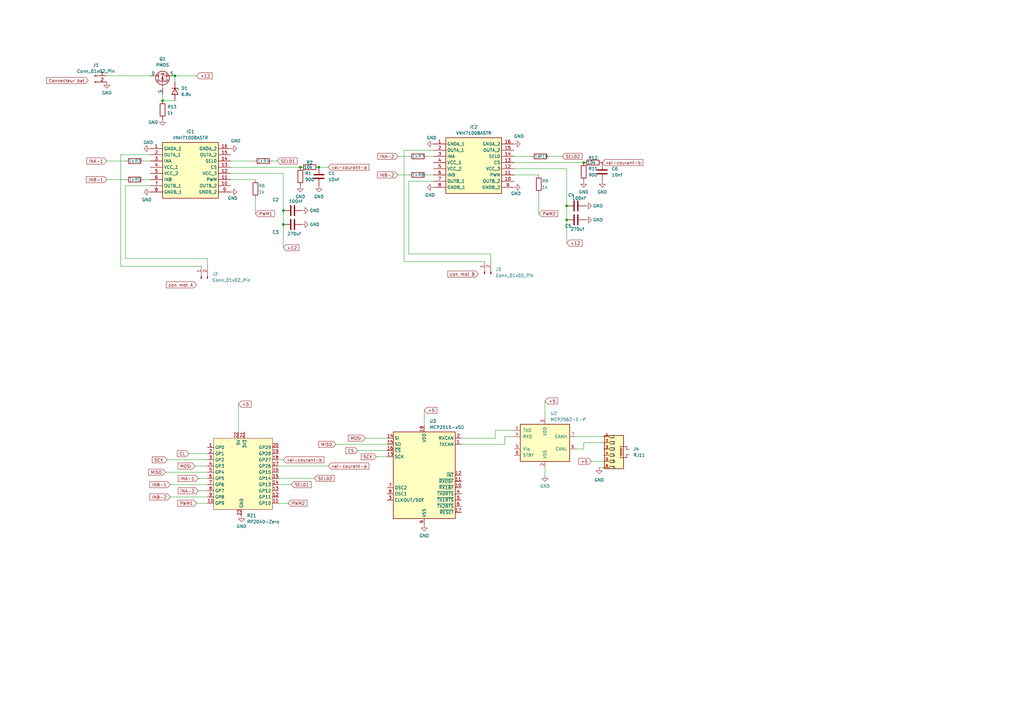
<source format=kicad_sch>
(kicad_sch (version 20230121) (generator eeschema)
  (paper "A3")
  (lib_symbols
    (symbol "Connector:Conn_01x02_Pin" (pin_names (offset 1.016) hide)
      (property "Reference" "J" (at 0 2.54 0))
      (property "Value" "Conn_01x02_Pin" (at 0 -5.08 0))
      (symbol "Conn_01x02_Pin_1_1"
        (polyline (pts (xy 1.27 -2.54) (xy 0.8636 -2.54)) (stroke (width 0.1524)))
        (polyline (pts (xy 1.27 0) (xy 0.8636 0)) (stroke (width 0.1524)))
        (rectangle (start 0.8636 -2.413) (end 0 -2.667) (stroke (width 0.1524)) (fill (type outline)))
        (rectangle (start 0.8636 0.127) (end 0 -0.127) (stroke (width 0.1524)) (fill (type outline)))
        (pin passive line (at 5.08 0 180) (length 3.81) (name "Pin_1") (number "1"))
        (pin passive line (at 5.08 -2.54 180) (length 3.81) (name "Pin_2") (number "2"))
      )
    )
    (symbol "Device:C" (pin_numbers hide) (pin_names (offset 0.254))
      (property "Reference" "C" (at 0.635 2.54 0))
      (property "Value" "C" (at 0.635 -2.54 0))
      (symbol "C_0_1"
        (polyline (pts (xy -2.032 -0.762) (xy 2.032 -0.762)) (stroke (width 0.508)))
        (polyline (pts (xy -2.032 0.762) (xy 2.032 0.762)) (stroke (width 0.508)))
      )
      (symbol "C_1_1"
        (pin passive line (at 0 3.81 270) (length 2.794) (name "~") (number "1"))
        (pin passive line (at 0 -3.81 90) (length 2.794) (name "~") (number "2"))
      )
    )
    (symbol "Device:D_Zener" (pin_numbers hide) (pin_names (offset 1.016) hide)
      (property "Reference" "D" (at 0 2.54 0))
      (property "Value" "D_Zener" (at 0 -2.54 0))
      (symbol "D_Zener_0_1"
        (polyline (pts (xy 1.27 0) (xy -1.27 0)))
        (polyline (pts (xy -1.27 -1.27) (xy -1.27 1.27) (xy -0.762 1.27)) (stroke (width 0.254)))
        (polyline (pts (xy 1.27 -1.27) (xy 1.27 1.27) (xy -1.27 0) (xy 1.27 -1.27)) (stroke (width 0.254)))
      )
      (symbol "D_Zener_1_1"
        (pin passive line (at -3.81 0 0) (length 2.54) (name "K") (number "1"))
        (pin passive line (at 3.81 0 180) (length 2.54) (name "A") (number "2"))
      )
    )
    (symbol "Device:R" (pin_numbers hide) (pin_names (offset 0))
      (property "Reference" "R" (at 2.032 0 90))
      (property "Value" "R" (at 0 0 90))
      (symbol "R_0_1"
        (rectangle (start -1.016 -2.54) (end 1.016 2.54) (stroke (width 0.254)))
      )
      (symbol "R_1_1"
        (pin passive line (at 0 3.81 270) (length 1.27) (name "~") (number "1"))
        (pin passive line (at 0 -3.81 90) (length 1.27) (name "~") (number "2"))
      )
    )
    (symbol "Interface_CAN_LIN:MCP2515-xSO"
      (property "Reference" "U" (at -10.16 19.685 0))
      (property "Value" "MCP2515-xSO" (at 19.05 20.32 0))
      (symbol "MCP2515-xSO_0_1"
        (rectangle (start -12.7 17.78) (end 12.7 -17.78) (stroke (width 0.254)) (fill (type background)))
      )
      (symbol "MCP2515-xSO_1_1"
        (pin output line (at 15.24 12.7 180) (length 2.54) (name "TXCAN") (number "1"))
        (pin output line (at 15.24 -5.08 180) (length 2.54) (name "~{RX1BF}") (number "10"))
        (pin output line (at 15.24 -2.54 180) (length 2.54) (name "~{RX0BF}") (number "11"))
        (pin output line (at 15.24 0 180) (length 2.54) (name "~{INT}") (number "12"))
        (pin input line (at -15.24 7.62 0) (length 2.54) (name "SCK") (number "13"))
        (pin input line (at -15.24 15.24 0) (length 2.54) (name "SI") (number "14"))
        (pin output line (at -15.24 12.7 0) (length 2.54) (name "SO") (number "15"))
        (pin input line (at -15.24 10.16 0) (length 2.54) (name "~{CS}") (number "16"))
        (pin input line (at 15.24 -15.24 180) (length 2.54) (name "~{RESET}") (number "17"))
        (pin power_in line (at 0 20.32 270) (length 2.54) (name "VDD") (number "18"))
        (pin input line (at 15.24 15.24 180) (length 2.54) (name "RXCAN") (number "2"))
        (pin output line (at -15.24 -10.16 0) (length 2.54) (name "CLKOUT/SOF") (number "3"))
        (pin input line (at 15.24 -7.62 180) (length 2.54) (name "~{TX0RTS}") (number "4"))
        (pin input line (at 15.24 -10.16 180) (length 2.54) (name "~{TX1RTS}") (number "5"))
        (pin input line (at 15.24 -12.7 180) (length 2.54) (name "~{TX2RTS}") (number "6"))
        (pin output line (at -15.24 -5.08 0) (length 2.54) (name "OSC2") (number "7"))
        (pin input line (at -15.24 -7.62 0) (length 2.54) (name "OSC1") (number "8"))
        (pin power_in line (at 0 -20.32 90) (length 2.54) (name "VSS") (number "9"))
      )
    )
    (symbol "Interface_CAN_LIN:MCP2562-E-P" (pin_names (offset 1.016))
      (property "Reference" "U" (at -10.16 8.89 0))
      (property "Value" "MCP2562-E-P" (at 2.54 8.89 0))
      (symbol "MCP2562-E-P_0_1"
        (rectangle (start -10.16 7.62) (end 10.16 -7.62) (stroke (width 0.254)) (fill (type background)))
      )
      (symbol "MCP2562-E-P_1_1"
        (pin input line (at -12.7 5.08 0) (length 2.54) (name "TXD") (number "1"))
        (pin power_in line (at 0 -10.16 90) (length 2.54) (name "VSS") (number "2"))
        (pin power_in line (at 0 10.16 270) (length 2.54) (name "VDD") (number "3"))
        (pin output line (at -12.7 2.54 0) (length 2.54) (name "RXD") (number "4"))
        (pin power_in line (at -12.7 -2.54 0) (length 2.54) (name "Vio") (number "5"))
        (pin bidirectional line (at 12.7 -2.54 180) (length 2.54) (name "CANL") (number "6"))
        (pin bidirectional line (at 12.7 2.54 180) (length 2.54) (name "CANH") (number "7"))
        (pin input line (at -12.7 -5.08 0) (length 2.54) (name "STBY") (number "8"))
      )
    )
    (symbol "RJ11:RJ11" (pin_names (offset 1.016))
      (property "Reference" "J" (at -2.54 7.62 0))
      (property "Value" "RJ11" (at -2.54 -10.668 0))
      (symbol "RJ11_0_0"
        (rectangle (start -2.2975 5.588) (end 5.5765 -8.128) (stroke (width 0.254)) (fill (type background)))
        (polyline (pts (xy 0 -5.588) (xy 1.524 -5.588)) (stroke (width 0.254)))
        (polyline (pts (xy 0 -3.048) (xy 1.524 -3.048)) (stroke (width 0.254)))
        (polyline (pts (xy 0 -0.508) (xy 1.524 -0.508)) (stroke (width 0.254)))
        (polyline (pts (xy 0 2.032) (xy 1.524 2.032)) (stroke (width 0.254)))
        (polyline (pts (xy 0 4.572) (xy 1.524 4.572)) (stroke (width 0.254)))
        (polyline (pts (xy 1.524 -7.112) (xy 0 -7.112)) (stroke (width 0.254)))
        (polyline (pts (xy 1.524 -4.572) (xy 0 -4.572)) (stroke (width 0.254)))
        (polyline (pts (xy 1.524 -2.032) (xy 0 -2.032)) (stroke (width 0.254)))
        (polyline (pts (xy 1.524 0.508) (xy 0 0.508)) (stroke (width 0.254)))
        (polyline (pts (xy 1.524 3.048) (xy 0 3.048)) (stroke (width 0.254)))
        (polyline (pts (xy 4.318 -3.556) (xy 6.858 -3.556)) (stroke (width 0.1998)))
        (polyline (pts (xy 4.318 -2.54) (xy 4.318 -3.556)) (stroke (width 0.1998)))
        (polyline (pts (xy 4.318 -2.54) (xy 5.08 -2.54)) (stroke (width 0.1998)))
        (polyline (pts (xy 4.318 -2.032) (xy 4.318 -2.54)) (stroke (width 0.1998)))
        (polyline (pts (xy 4.318 -2.032) (xy 5.08 -2.032)) (stroke (width 0.1998)))
        (polyline (pts (xy 4.318 -1.524) (xy 4.318 -2.032)) (stroke (width 0.1998)))
        (polyline (pts (xy 4.318 -1.524) (xy 5.08 -1.524)) (stroke (width 0.1998)))
        (polyline (pts (xy 4.318 -1.016) (xy 4.318 -1.524)) (stroke (width 0.1998)))
        (polyline (pts (xy 4.318 -1.016) (xy 5.08 -1.016)) (stroke (width 0.1998)))
        (polyline (pts (xy 4.318 -0.508) (xy 4.318 -1.016)) (stroke (width 0.1998)))
        (polyline (pts (xy 4.318 -0.508) (xy 5.08 -0.508)) (stroke (width 0.1998)))
        (polyline (pts (xy 4.318 0) (xy 4.318 -0.508)) (stroke (width 0.1998)))
        (polyline (pts (xy 4.318 0) (xy 5.08 0)) (stroke (width 0.1998)))
        (polyline (pts (xy 4.318 1.016) (xy 4.318 0)) (stroke (width 0.1998)))
        (polyline (pts (xy 6.858 -3.556) (xy 6.858 -2.286)) (stroke (width 0.1998)))
        (polyline (pts (xy 6.858 -2.286) (xy 7.874 -2.286)) (stroke (width 0.1998)))
        (polyline (pts (xy 6.858 -0.254) (xy 6.858 1.016)) (stroke (width 0.1998)))
        (polyline (pts (xy 6.858 1.016) (xy 4.318 1.016)) (stroke (width 0.1998)))
        (polyline (pts (xy 7.874 -0.254) (xy 6.858 -0.254)) (stroke (width 0.1998)))
        (pin passive line (at -2.54 5.08 0) (length 2.54) (name "1") (number "1"))
        (pin passive line (at -2.54 2.54 0) (length 2.54) (name "2") (number "2"))
        (pin passive line (at -2.54 0 0) (length 2.54) (name "3") (number "3"))
        (pin passive line (at -2.54 -2.54 0) (length 2.54) (name "4") (number "4"))
        (pin passive line (at -2.54 -5.08 0) (length 2.54) (name "5") (number "5"))
        (pin passive line (at -2.54 -7.62 0) (length 2.54) (name "6") (number "6"))
      )
    )
    (symbol "Simulation_SPICE:PMOS" (pin_numbers hide) (pin_names (offset 0))
      (property "Reference" "Q" (at 5.08 1.27 0))
      (property "Value" "PMOS" (at 5.08 -1.27 0))
      (symbol "PMOS_0_1"
        (polyline (pts (xy 0.254 0) (xy -2.54 0)))
        (polyline (pts (xy 0.254 1.905) (xy 0.254 -1.905)) (stroke (width 0.254)))
        (polyline (pts (xy 0.762 -1.27) (xy 0.762 -2.286)) (stroke (width 0.254)))
        (polyline (pts (xy 0.762 0.508) (xy 0.762 -0.508)) (stroke (width 0.254)))
        (polyline (pts (xy 0.762 2.286) (xy 0.762 1.27)) (stroke (width 0.254)))
        (polyline (pts (xy 2.54 2.54) (xy 2.54 1.778)))
        (polyline (pts (xy 2.54 -2.54) (xy 2.54 0) (xy 0.762 0)))
        (polyline (pts (xy 0.762 1.778) (xy 3.302 1.778) (xy 3.302 -1.778) (xy 0.762 -1.778)))
        (polyline (pts (xy 2.286 0) (xy 1.27 0.381) (xy 1.27 -0.381) (xy 2.286 0)) (fill (type outline)))
        (polyline (pts (xy 2.794 -0.508) (xy 2.921 -0.381) (xy 3.683 -0.381) (xy 3.81 -0.254)))
        (polyline (pts (xy 3.302 -0.381) (xy 2.921 0.254) (xy 3.683 0.254) (xy 3.302 -0.381)))
        (circle (center 1.651 0) (radius 2.794) (stroke (width 0.254)))
        (circle (center 2.54 -1.778) (radius 0.254) (fill (type outline)))
        (circle (center 2.54 1.778) (radius 0.254) (fill (type outline)))
      )
      (symbol "PMOS_1_1"
        (pin passive line (at 2.54 5.08 270) (length 2.54) (name "D") (number "1"))
        (pin input line (at -5.08 0 0) (length 2.54) (name "G") (number "2"))
        (pin passive line (at 2.54 -5.08 90) (length 2.54) (name "S") (number "3"))
      )
    )
    (symbol "VNH7100BASTR:VNH7100BASTR"
      (property "Reference" "IC" (at 29.21 7.62 0))
      (property "Value" "VNH7100BASTR" (at 29.21 5.08 0))
      (symbol "VNH7100BASTR_1_1"
        (rectangle (start 5.08 2.54) (end 27.94 -20.32) (stroke (width 0.254)) (fill (type background)))
        (pin passive line (at 0 0 0) (length 5.08) (name "GNDA_1") (number "1"))
        (pin passive line (at 33.02 -15.24 180) (length 5.08) (name "OUTB_2") (number "10"))
        (pin passive line (at 33.02 -12.7 180) (length 5.08) (name "PWM") (number "11"))
        (pin passive line (at 33.02 -10.16 180) (length 5.08) (name "VCC_3") (number "12"))
        (pin passive line (at 33.02 -7.62 180) (length 5.08) (name "CS") (number "13"))
        (pin passive line (at 33.02 -5.08 180) (length 5.08) (name "SEL0") (number "14"))
        (pin passive line (at 33.02 -2.54 180) (length 5.08) (name "OUTA_2") (number "15"))
        (pin passive line (at 33.02 0 180) (length 5.08) (name "GNDA_2") (number "16"))
        (pin passive line (at 0 -2.54 0) (length 5.08) (name "OUTA_1") (number "2"))
        (pin passive line (at 0 -5.08 0) (length 5.08) (name "INA") (number "3"))
        (pin passive line (at 0 -7.62 0) (length 5.08) (name "VCC_1") (number "4"))
        (pin passive line (at 0 -10.16 0) (length 5.08) (name "VCC_2") (number "5"))
        (pin passive line (at 0 -12.7 0) (length 5.08) (name "INB") (number "6"))
        (pin passive line (at 0 -15.24 0) (length 5.08) (name "OUTB_1") (number "7"))
        (pin passive line (at 0 -17.78 0) (length 5.08) (name "GNDB_1") (number "8"))
        (pin passive line (at 33.02 -17.78 180) (length 5.08) (name "GNDB_2") (number "9"))
      )
    )
    (symbol "power:GND" (power) (pin_names (offset 0))
      (property "Value" "GND" (at 0 -3.81 0))
      (symbol "GND_0_1"
        (polyline (pts (xy 0 0) (xy 0 -1.27) (xy 1.27 -1.27) (xy 0 -2.54) (xy -1.27 -1.27) (xy 0 -1.27)))
      )
      (symbol "GND_1_1"
        (pin power_in line (at 0 0 270) (length 0) hide (name "GND") (number "1"))
      )
    )
    (symbol "rp2040-zero:RP2040-Zero"
      (property "Reference" "RZ" (at 0 0 0))
      (property "Value" "RP2040-Zero" (at 0 -2.54 0))
      (symbol "RP2040-Zero_0_1"
        (rectangle (start -11.43 -15.24) (end 12.7 13.97) (fill (type background)))
      )
      (symbol "RP2040-Zero_1_1"
        (pin bidirectional line (at -13.97 10.16 0) (length 2.54) (name "GP0") (number "1"))
        (pin bidirectional line (at -13.97 -12.7 0) (length 2.54) (name "GP9") (number "10"))
        (pin bidirectional line (at 15.24 -12.7 180) (length 2.54) (name "GP10") (number "11"))
        (pin bidirectional line (at 15.24 -10.16 180) (length 2.54) (name "GP11") (number "12"))
        (pin bidirectional line (at 15.24 -7.62 180) (length 2.54) (name "GP12") (number "13"))
        (pin bidirectional line (at 15.24 -5.08 180) (length 2.54) (name "GP13") (number "14"))
        (pin bidirectional line (at 15.24 -2.54 180) (length 2.54) (name "GP14") (number "15"))
        (pin bidirectional line (at 15.24 0 180) (length 2.54) (name "GP15") (number "16"))
        (pin bidirectional line (at 15.24 2.54 180) (length 2.54) (name "GP26") (number "17"))
        (pin bidirectional line (at 15.24 5.08 180) (length 2.54) (name "GP27") (number "18"))
        (pin bidirectional line (at 15.24 7.62 180) (length 2.54) (name "GP28") (number "19"))
        (pin bidirectional line (at -13.97 7.62 0) (length 2.54) (name "GP1") (number "2"))
        (pin bidirectional line (at 15.24 10.16 180) (length 2.54) (name "GP29") (number "20"))
        (pin power_in line (at 1.27 16.51 270) (length 2.54) (name "3V3") (number "21"))
        (pin power_in line (at -1.27 16.51 270) (length 2.54) (name "5V") (number "22"))
        (pin power_in line (at 0 -17.78 90) (length 2.54) (name "GND") (number "23"))
        (pin bidirectional line (at -13.97 5.08 0) (length 2.54) (name "GP2") (number "3"))
        (pin bidirectional line (at -13.97 2.54 0) (length 2.54) (name "GP3") (number "4"))
        (pin bidirectional line (at -13.97 0 0) (length 2.54) (name "GP4") (number "5"))
        (pin bidirectional line (at -13.97 -2.54 0) (length 2.54) (name "GP5") (number "6"))
        (pin bidirectional line (at -13.97 -5.08 0) (length 2.54) (name "GP6") (number "7"))
        (pin bidirectional line (at -13.97 -7.62 0) (length 2.54) (name "GP7") (number "8"))
        (pin bidirectional line (at -13.97 -10.16 0) (length 2.54) (name "GP8") (number "9"))
      )
    )
  )
  (junction (at 239.395 66.675))
  (junction (at 71.755 31.115))
  (junction (at 116.205 92.075))
  (junction (at 232.41 84.455))
  (junction (at 116.205 86.36))
  (junction (at 232.41 90.17))
  (junction (at 130.81 68.58))
  (junction (at 66.675 41.275))
  (junction (at 123.19 68.58))
  (wire (pts (xy 242.57 189.23) (xy 247.65 189.23)))
  (wire (pts (xy 69.85 203.835) (xy 85.09 203.835)))
  (wire (pts (xy 94.615 71.12) (xy 116.205 71.12)))
  (wire (pts (xy 210.82 69.215) (xy 232.41 69.215)))
  (wire (pts (xy 68.58 188.595) (xy 85.09 188.595)))
  (wire (pts (xy 232.41 90.17) (xy 232.41 99.695)))
  (wire (pts (xy 201.295 104.14) (xy 201.295 107.315)))
  (wire (pts (xy 71.755 31.115) (xy 71.755 33.655)))
  (wire (pts (xy 175.26 64.135) (xy 177.8 64.135)))
  (wire (pts (xy 97.79 165.735) (xy 97.79 177.165)))
  (wire (pts (xy 203.2 176.53) (xy 203.2 179.705)))
  (wire (pts (xy 66.675 41.275) (xy 66.675 38.735)))
  (wire (pts (xy 43.815 31.115) (xy 61.595 31.115)))
  (wire (pts (xy 59.055 66.04) (xy 61.595 66.04)))
  (wire (pts (xy 207.01 182.245) (xy 189.23 182.245)))
  (wire (pts (xy 163.195 71.755) (xy 167.64 71.755)))
  (wire (pts (xy 61.595 76.2) (xy 51.435 76.2)))
  (wire (pts (xy 163.195 64.135) (xy 167.64 64.135)))
  (wire (pts (xy 232.41 69.215) (xy 232.41 84.455)))
  (wire (pts (xy 210.82 66.675) (xy 239.395 66.675)))
  (wire (pts (xy 80.01 191.135) (xy 85.09 191.135)))
  (wire (pts (xy 207.01 179.07) (xy 210.82 179.07)))
  (wire (pts (xy 210.82 71.755) (xy 220.98 71.755)))
  (wire (pts (xy 167.64 104.14) (xy 201.295 104.14)))
  (wire (pts (xy 165.735 61.595) (xy 165.735 107.315)))
  (wire (pts (xy 177.8 74.295) (xy 167.64 74.295)))
  (wire (pts (xy 43.815 66.04) (xy 51.435 66.04)))
  (wire (pts (xy 49.53 63.5) (xy 49.53 109.22)))
  (wire (pts (xy 51.435 106.045) (xy 85.09 106.045)))
  (wire (pts (xy 94.615 73.66) (xy 104.775 73.66)))
  (wire (pts (xy 203.2 176.53) (xy 210.82 176.53)))
  (wire (pts (xy 210.82 64.135) (xy 217.805 64.135)))
  (wire (pts (xy 223.52 191.77) (xy 223.52 194.945)))
  (wire (pts (xy 137.795 182.245) (xy 158.75 182.245)))
  (wire (pts (xy 114.3 191.135) (xy 134.62 191.135)))
  (wire (pts (xy 71.755 31.115) (xy 80.645 31.115)))
  (wire (pts (xy 51.435 76.2) (xy 51.435 106.045)))
  (wire (pts (xy 114.3 206.375) (xy 118.11 206.375)))
  (wire (pts (xy 175.26 71.755) (xy 177.8 71.755)))
  (wire (pts (xy 111.76 66.04) (xy 113.665 66.04)))
  (wire (pts (xy 59.055 73.66) (xy 61.595 73.66)))
  (wire (pts (xy 232.41 84.455) (xy 232.41 90.17)))
  (wire (pts (xy 236.22 179.07) (xy 247.65 179.07)))
  (wire (pts (xy 61.595 63.5) (xy 49.53 63.5)))
  (wire (pts (xy 130.81 68.58) (xy 134.62 68.58)))
  (wire (pts (xy 116.205 86.36) (xy 116.205 92.075)))
  (wire (pts (xy 69.85 198.755) (xy 85.09 198.755)))
  (wire (pts (xy 104.775 81.28) (xy 104.775 87.63)))
  (wire (pts (xy 158.75 179.705) (xy 149.86 179.705)))
  (wire (pts (xy 80.645 206.375) (xy 85.09 206.375)))
  (wire (pts (xy 114.3 196.215) (xy 128.905 196.215)))
  (wire (pts (xy 66.675 41.275) (xy 71.755 41.275)))
  (wire (pts (xy 225.425 64.135) (xy 230.505 64.135)))
  (wire (pts (xy 146.685 184.785) (xy 158.75 184.785)))
  (wire (pts (xy 43.815 73.66) (xy 51.435 73.66)))
  (wire (pts (xy 239.395 184.15) (xy 239.395 181.61)))
  (wire (pts (xy 94.615 68.58) (xy 123.19 68.58)))
  (wire (pts (xy 167.64 74.295) (xy 167.64 104.14)))
  (wire (pts (xy 236.22 184.15) (xy 239.395 184.15)))
  (wire (pts (xy 114.3 188.595) (xy 116.205 188.595)))
  (wire (pts (xy 49.53 109.22) (xy 82.55 109.22)))
  (wire (pts (xy 94.615 66.04) (xy 104.14 66.04)))
  (wire (pts (xy 81.28 201.295) (xy 85.09 201.295)))
  (wire (pts (xy 247.65 191.77) (xy 245.745 191.77)))
  (wire (pts (xy 207.01 179.07) (xy 207.01 182.245)))
  (wire (pts (xy 67.945 193.675) (xy 85.09 193.675)))
  (wire (pts (xy 165.735 107.315) (xy 198.755 107.315)))
  (wire (pts (xy 220.98 79.375) (xy 220.98 87.63)))
  (wire (pts (xy 154.305 187.325) (xy 158.75 187.325)))
  (wire (pts (xy 177.8 61.595) (xy 165.735 61.595)))
  (wire (pts (xy 239.395 181.61) (xy 247.65 181.61)))
  (wire (pts (xy 81.28 196.215) (xy 85.09 196.215)))
  (wire (pts (xy 116.205 92.075) (xy 116.205 101.6)))
  (wire (pts (xy 223.52 164.465) (xy 223.52 171.45)))
  (wire (pts (xy 173.99 168.275) (xy 173.99 174.625)))
  (wire (pts (xy 114.3 198.755) (xy 119.38 198.755)))
  (wire (pts (xy 85.09 106.045) (xy 85.09 109.22)))
  (wire (pts (xy 203.2 179.705) (xy 189.23 179.705)))
  (wire (pts (xy 116.205 71.12) (xy 116.205 86.36)))
  (wire (pts (xy 77.47 186.055) (xy 85.09 186.055)))
  (global_label "con mot B" (shape input) (at 196.215 112.395 180) (property "Intersheetrefs" "${INTERSHEET_REFS}" (effects hide)))
  (global_label "INA-1" (shape input) (at 43.815 66.04 180) (property "Intersheetrefs" "${INTERSHEET_REFS}" (effects hide)))
  (global_label "PWM2" (shape input) (at 220.98 87.63 0) (property "Intersheetrefs" "${INTERSHEET_REFS}" (effects hide)))
  (global_label "SEL01" (shape input) (at 119.38 198.755 0) (property "Intersheetrefs" "${INTERSHEET_REFS}" (effects hide)))
  (global_label "SCK" (shape input) (at 68.58 188.595 180) (property "Intersheetrefs" "${INTERSHEET_REFS}" (effects hide)))
  (global_label "val-courant-a" (shape input) (at 134.62 68.58 0) (property "Intersheetrefs" "${INTERSHEET_REFS}" (effects hide)))
  (global_label "con mot A" (shape input) (at 80.645 116.84 180) (property "Intersheetrefs" "${INTERSHEET_REFS}" (effects hide)))
  (global_label "INB-2" (shape input) (at 69.85 203.835 180) (property "Intersheetrefs" "${INTERSHEET_REFS}" (effects hide)))
  (global_label "val-courant-b" (shape input) (at 116.205 188.595 0) (property "Intersheetrefs" "${INTERSHEET_REFS}" (effects hide)))
  (global_label "MOSI" (shape input) (at 80.01 191.135 180) (property "Intersheetrefs" "${INTERSHEET_REFS}" (effects hide)))
  (global_label "Connecteur bat" (shape input) (at 36.195 33.02 180) (property "Intersheetrefs" "${INTERSHEET_REFS}" (effects hide)))
  (global_label "PWM2" (shape input) (at 118.11 206.375 0) (property "Intersheetrefs" "${INTERSHEET_REFS}" (effects hide)))
  (global_label "SEL02" (shape input) (at 128.905 196.215 0) (property "Intersheetrefs" "${INTERSHEET_REFS}" (effects hide)))
  (global_label "SEL01" (shape input) (at 113.665 66.04 0) (property "Intersheetrefs" "${INTERSHEET_REFS}" (effects hide)))
  (global_label "SEL02" (shape input) (at 230.505 64.135 0) (property "Intersheetrefs" "${INTERSHEET_REFS}" (effects hide)))
  (global_label "+5" (shape input) (at 223.52 164.465 0) (property "Intersheetrefs" "${INTERSHEET_REFS}" (effects hide)))
  (global_label "INA-2" (shape input) (at 163.195 64.135 180) (property "Intersheetrefs" "${INTERSHEET_REFS}" (effects hide)))
  (global_label "+12" (shape input) (at 80.645 31.115 0) (property "Intersheetrefs" "${INTERSHEET_REFS}" (effects hide)))
  (global_label "val-courant-a" (shape input) (at 134.62 191.135 0) (property "Intersheetrefs" "${INTERSHEET_REFS}" (effects hide)))
  (global_label "INA-1" (shape input) (at 81.28 196.215 180) (property "Intersheetrefs" "${INTERSHEET_REFS}" (effects hide)))
  (global_label "MOSI" (shape input) (at 149.86 179.705 180) (property "Intersheetrefs" "${INTERSHEET_REFS}" (effects hide)))
  (global_label "PWM1" (shape input) (at 104.775 87.63 0) (property "Intersheetrefs" "${INTERSHEET_REFS}" (effects hide)))
  (global_label "CL" (shape input) (at 77.47 186.055 180) (property "Intersheetrefs" "${INTERSHEET_REFS}" (effects hide)))
  (global_label "+5" (shape input) (at 173.99 168.275 0) (property "Intersheetrefs" "${INTERSHEET_REFS}" (effects hide)))
  (global_label "+5" (shape input) (at 97.79 165.735 0) (property "Intersheetrefs" "${INTERSHEET_REFS}" (effects hide)))
  (global_label "CS" (shape input) (at 146.685 184.785 180) (property "Intersheetrefs" "${INTERSHEET_REFS}" (effects hide)))
  (global_label "+12" (shape input) (at 232.41 99.695 0) (property "Intersheetrefs" "${INTERSHEET_REFS}" (effects hide)))
  (global_label "MISO" (shape input) (at 67.945 193.675 180) (property "Intersheetrefs" "${INTERSHEET_REFS}" (effects hide)))
  (global_label "INB-1" (shape input) (at 43.815 73.66 180) (property "Intersheetrefs" "${INTERSHEET_REFS}" (effects hide)))
  (global_label "PWM1" (shape input) (at 80.645 206.375 180) (property "Intersheetrefs" "${INTERSHEET_REFS}" (effects hide)))
  (global_label "INB-1" (shape input) (at 69.85 198.755 180) (property "Intersheetrefs" "${INTERSHEET_REFS}" (effects hide)))
  (global_label "INB-2" (shape input) (at 163.195 71.755 180) (property "Intersheetrefs" "${INTERSHEET_REFS}" (effects hide)))
  (global_label "+5" (shape input) (at 242.57 189.23 180) (property "Intersheetrefs" "${INTERSHEET_REFS}" (effects hide)))
  (global_label "INA-2" (shape input) (at 81.28 201.295 180) (property "Intersheetrefs" "${INTERSHEET_REFS}" (effects hide)))
  (global_label "val-courant-b" (shape input) (at 247.015 66.675 0) (property "Intersheetrefs" "${INTERSHEET_REFS}" (effects hide)))
  (global_label "+12" (shape input) (at 116.205 101.6 0) (property "Intersheetrefs" "${INTERSHEET_REFS}" (effects hide)))
  (global_label "MISO" (shape input) (at 137.795 182.245 180) (property "Intersheetrefs" "${INTERSHEET_REFS}" (effects hide)))
  (global_label "SCK" (shape input) (at 154.305 187.325 180) (property "Intersheetrefs" "${INTERSHEET_REFS}" (effects hide)))
  (symbol (lib_id "Device:R") (at 123.19 72.39 0) (unit 1)
    (property "Reference" "R1" (at 125.095 71.12 0) (effects (justify left)))
    (property "Value" "900" (at 125.095 73.66 0) (effects (justify left)))
  )
  (symbol (lib_id "power:GND") (at 99.06 211.455 0) (unit 1)
    (property "Reference" "#PWR019" (effects hide))
    (property "Value" "GND" (at 99.06 215.9 0))
  )
  (symbol (lib_id "RJ11:RJ11") (at 250.19 184.15 0) (unit 1)
    (property "Reference" "J4" (at 259.715 184.15 0) (effects (justify left)))
    (property "Value" "RJ11" (at 259.715 186.69 0) (effects (justify left)))
    (property "Description" "\n" (effects hide))
  )
  (symbol (lib_id "Device:R") (at 239.395 70.485 0) (unit 1)
    (property "Reference" "R11" (at 241.3 69.215 0) (effects (justify left)))
    (property "Value" "900" (at 241.3 71.755 0) (effects (justify left)))
  )
  (symbol (lib_id "Device:C") (at 236.22 84.455 90) (unit 1)
    (property "Reference" "C4" (at 234.315 80.01 90))
    (property "Value" "100nf" (at 237.49 81.28 90))
  )
  (symbol (lib_id "Connector:Conn_01x02_Pin") (at 198.755 112.395 90) (unit 1)
    (property "Reference" "J3" (at 203.2 110.49 90) (effects (justify right)))
    (property "Value" "Conn_01x02_Pin" (at 203.2 113.03 90) (effects (justify right)))
  )
  (symbol (lib_id "power:GND") (at 223.52 194.945 0) (unit 1)
    (property "Reference" "#PWR020" (effects hide))
    (property "Value" "GND" (at 223.52 199.39 0))
  )
  (symbol (lib_id "Connector:Conn_01x02_Pin") (at 82.55 114.3 90) (unit 1)
    (property "Reference" "J2" (at 86.995 112.395 90) (effects (justify right)))
    (property "Value" "Conn_01x02_Pin" (at 86.995 114.935 90) (effects (justify right)))
  )
  (symbol (lib_id "power:GND") (at 240.03 84.455 90) (unit 1)
    (property "Reference" "#PWR015" (effects hide))
    (property "Value" "GND" (at 243.205 84.455 90) (effects (justify right)))
  )
  (symbol (lib_id "power:GND") (at 245.745 191.77 0) (unit 1)
    (property "Reference" "#PWR024" (effects hide))
    (property "Value" "GND" (at 245.745 196.85 0))
  )
  (symbol (lib_id "Device:C") (at 120.015 92.075 90) (unit 1)
    (property "Reference" "C3" (at 113.03 95.25 90))
    (property "Value" "270uf" (at 120.65 95.885 90))
  )
  (symbol (lib_id "power:GND") (at 173.99 215.265 0) (unit 1)
    (property "Reference" "#PWR021" (effects hide))
    (property "Value" "GND" (at 173.99 219.71 0))
  )
  (symbol (lib_id "power:GND") (at 123.825 92.075 90) (unit 1)
    (property "Reference" "#PWR08" (effects hide))
    (property "Value" "GND" (at 127 92.075 90) (effects (justify right)))
  )
  (symbol (lib_id "power:GND") (at 61.595 60.96 270) (unit 1)
    (property "Reference" "#PWR02" (effects hide))
    (property "Value" "GND" (at 62.865 58.42 90) (effects (justify right)))
  )
  (symbol (lib_id "Device:C") (at 120.015 86.36 90) (unit 1)
    (property "Reference" "C2" (at 113.03 81.915 90))
    (property "Value" "100nf" (at 121.285 82.55 90))
  )
  (symbol (lib_id "Interface_CAN_LIN:MCP2562-E-P") (at 223.52 181.61 0) (unit 1)
    (property "Reference" "U2" (at 225.7141 169.545 0) (effects (justify left)))
    (property "Value" "MCP2562-E-P" (at 225.7141 172.085 0) (effects (justify left)))
    (property "Footprint" "Package_DIP:DIP-8_W7.62mm" (effects hide))
    (property "Datasheet" "http://ww1.microchip.com/downloads/en/DeviceDoc/25167A.pdf" (effects hide))
  )
  (symbol (lib_id "power:GND") (at 177.8 76.835 270) (unit 1)
    (property "Reference" "#PWR011" (effects hide))
    (property "Value" "GND" (at 178.435 80.01 90) (effects (justify right)))
  )
  (symbol (lib_id "power:GND") (at 94.615 78.74 90) (unit 1)
    (property "Reference" "#PWR09" (effects hide))
    (property "Value" "GND" (at 93.345 81.28 90) (effects (justify right)))
  )
  (symbol (lib_id "Device:R") (at 55.245 66.04 90) (unit 1)
    (property "Reference" "R3" (at 56.515 66.04 90))
    (property "Value" "1k" (at 53.975 66.04 90))
  )
  (symbol (lib_id "power:GND") (at 130.81 76.2 0) (unit 1)
    (property "Reference" "#PWR06" (effects hide))
    (property "Value" "GND" (at 130.81 80.645 0))
  )
  (symbol (lib_id "power:GND") (at 66.675 48.895 0) (unit 1)
    (property "Reference" "#PWR018" (effects hide))
    (property "Value" "GND" (at 62.865 50.165 0))
  )
  (symbol (lib_id "Device:R") (at 171.45 71.755 90) (unit 1)
    (property "Reference" "R8" (at 172.72 71.755 90))
    (property "Value" "1k" (at 170.18 71.755 90))
  )
  (symbol (lib_id "rp2040-zero:RP2040-Zero") (at 99.06 193.675 0) (unit 1)
    (property "Reference" "RZ1" (at 101.2541 211.455 0) (effects (justify left)))
    (property "Value" "RP2040-Zero" (at 101.2541 213.995 0) (effects (justify left)))
  )
  (symbol (lib_id "power:GND") (at 123.19 76.2 0) (unit 1)
    (property "Reference" "#PWR05" (effects hide))
    (property "Value" "GND" (at 123.19 80.645 0))
  )
  (symbol (lib_id "Device:R") (at 220.98 75.565 0) (unit 1)
    (property "Reference" "R9" (at 222.25 74.295 0) (effects (justify left)))
    (property "Value" "1k" (at 222.25 76.835 0) (effects (justify left)))
  )
  (symbol (lib_id "Device:C") (at 236.22 90.17 90) (unit 1)
    (property "Reference" "C5" (at 233.045 92.71 90))
    (property "Value" "270uf" (at 236.855 93.98 90))
  )
  (symbol (lib_id "Device:D_Zener") (at 71.755 37.465 270) (unit 1)
    (property "Reference" "D1" (at 74.295 36.195 90) (effects (justify left)))
    (property "Value" "6.8v" (at 74.295 38.735 90) (effects (justify left)))
  )
  (symbol (lib_id "Device:R") (at 66.675 45.085 0) (unit 1)
    (property "Reference" "R13" (at 68.58 43.815 0) (effects (justify left)))
    (property "Value" "1k" (at 68.58 46.355 0) (effects (justify left)))
  )
  (symbol (lib_id "Device:R") (at 104.775 77.47 0) (unit 1)
    (property "Reference" "R6" (at 106.045 76.2 0) (effects (justify left)))
    (property "Value" "1k" (at 106.045 78.74 0) (effects (justify left)))
  )
  (symbol (lib_id "power:GND") (at 43.815 33.655 0) (unit 1)
    (property "Reference" "#PWR01" (effects hide))
    (property "Value" "GND" (at 43.815 38.1 0))
  )
  (symbol (lib_id "Device:C") (at 130.81 72.39 0) (unit 1)
    (property "Reference" "C1" (at 134.62 71.12 0) (effects (justify left)))
    (property "Value" "10nf" (at 134.62 73.66 0) (effects (justify left)))
  )
  (symbol (lib_id "Connector:Conn_01x02_Pin") (at 38.735 31.115 0) (unit 1)
    (property "Reference" "J1" (at 39.37 26.67 0))
    (property "Value" "Conn_01x02_Pin" (at 39.37 29.21 0))
  )
  (symbol (lib_id "VNH7100BASTR:VNH7100BASTR") (at 177.8 59.055 0) (unit 1)
    (property "Reference" "IC2" (at 194.31 52.07 0))
    (property "Value" "VNH7100BASTR" (at 194.31 54.61 0))
    (property "Footprint" "SOIC127P600X175-16N" (effects hide))
    (property "Datasheet" "https://www.st.com/resource/en/datasheet/dm00314832.pdf" (effects hide))
    (property "Height" "1.75" (effects hide))
    (property "Manufacturer_Name" "STMicroelectronics" (effects hide))
    (property "Manufacturer_Part_Number" "VNH7100BASTR" (effects hide))
    (property "Mouser Part Number" "511-VNH7100BASTR" (effects hide))
    (property "Mouser Price/Stock" "https://www.mouser.co.uk/ProductDetail/STMicroelectronics/VNH7100BASTR?qs=5aG0NVq1C4zGSYti1WIHtQ%3D%3D" (effects hide))
    (property "Arrow Part Number" "VNH7100BASTR" (effects hide))
    (property "Arrow Price/Stock" "https://www.arrow.com/en/products/vnh7100bastr/stmicroelectronics?region=nac" (effects hide))
  )
  (symbol (lib_id "Device:R") (at 221.615 64.135 90) (unit 1)
    (property "Reference" "R10" (at 222.885 64.135 90))
    (property "Value" "1k" (at 220.345 64.135 90))
  )
  (symbol (lib_id "Device:R") (at 243.205 66.675 90) (unit 1)
    (property "Reference" "R12" (at 243.205 64.77 90))
    (property "Value" "10k" (at 242.57 66.675 90))
  )
  (symbol (lib_id "power:GND") (at 247.015 74.295 0) (unit 1)
    (property "Reference" "#PWR017" (effects hide))
    (property "Value" "GND" (at 247.015 78.74 0))
  )
  (symbol (lib_id "VNH7100BASTR:VNH7100BASTR") (at 61.595 60.96 0) (unit 1)
    (property "Reference" "IC1" (at 78.105 53.975 0))
    (property "Value" "VNH7100BASTR" (at 78.105 56.515 0))
    (property "Footprint" "SOIC127P600X175-16N" (effects hide))
    (property "Datasheet" "https://www.st.com/resource/en/datasheet/dm00314832.pdf" (effects hide))
    (property "Height" "1.75" (effects hide))
    (property "Manufacturer_Name" "STMicroelectronics" (effects hide))
    (property "Manufacturer_Part_Number" "VNH7100BASTR" (effects hide))
    (property "Mouser Part Number" "511-VNH7100BASTR" (effects hide))
    (property "Mouser Price/Stock" "https://www.mouser.co.uk/ProductDetail/STMicroelectronics/VNH7100BASTR?qs=5aG0NVq1C4zGSYti1WIHtQ%3D%3D" (effects hide))
    (property "Arrow Part Number" "VNH7100BASTR" (effects hide))
    (property "Arrow Price/Stock" "https://www.arrow.com/en/products/vnh7100bastr/stmicroelectronics?region=nac" (effects hide))
  )
  (symbol (lib_id "power:GND") (at 210.82 59.055 90) (unit 1)
    (property "Reference" "#PWR012" (effects hide))
    (property "Value" "GND" (at 210.82 55.88 90) (effects (justify right)))
  )
  (symbol (lib_id "Device:C") (at 247.015 70.485 0) (unit 1)
    (property "Reference" "C6" (at 250.825 69.215 0) (effects (justify left)))
    (property "Value" "10nf" (at 250.825 71.755 0) (effects (justify left)))
  )
  (symbol (lib_id "Interface_CAN_LIN:MCP2515-xSO") (at 173.99 194.945 0) (unit 1)
    (property "Reference" "U3" (at 176.1841 172.72 0) (effects (justify left)))
    (property "Value" "MCP2515-xSO" (at 176.1841 175.26 0) (effects (justify left)))
    (property "Footprint" "Package_SO:SOIC-18W_7.5x11.6mm_P1.27mm" (effects hide))
    (property "Datasheet" "http://ww1.microchip.com/downloads/en/DeviceDoc/21801e.pdf" (effects hide))
  )
  (symbol (lib_id "Device:R") (at 107.95 66.04 90) (unit 1)
    (property "Reference" "R4" (at 109.22 66.04 90))
    (property "Value" "1k" (at 106.68 66.04 90))
  )
  (symbol (lib_id "power:GND") (at 94.615 60.96 90) (unit 1)
    (property "Reference" "#PWR03" (effects hide))
    (property "Value" "GND" (at 94.615 57.785 90) (effects (justify right)))
  )
  (symbol (lib_id "Device:R") (at 55.245 73.66 90) (unit 1)
    (property "Reference" "R5" (at 56.515 73.66 90))
    (property "Value" "1k" (at 53.975 73.66 90))
  )
  (symbol (lib_id "power:GND") (at 123.825 86.36 90) (unit 1)
    (property "Reference" "#PWR07" (effects hide))
    (property "Value" "GND" (at 127 86.36 90) (effects (justify right)))
  )
  (symbol (lib_id "power:GND") (at 61.595 78.74 270) (unit 1)
    (property "Reference" "#PWR04" (effects hide))
    (property "Value" "GND" (at 62.23 81.915 90) (effects (justify right)))
  )
  (symbol (lib_id "power:GND") (at 239.395 74.295 0) (unit 1)
    (property "Reference" "#PWR014" (effects hide))
    (property "Value" "GND" (at 239.395 78.74 0))
  )
  (symbol (lib_id "power:GND") (at 177.8 59.055 270) (unit 1)
    (property "Reference" "#PWR010" (effects hide))
    (property "Value" "GND" (at 179.07 56.515 90) (effects (justify right)))
  )
  (symbol (lib_id "Device:R") (at 171.45 64.135 90) (unit 1)
    (property "Reference" "R7" (at 172.72 64.135 90))
    (property "Value" "1k" (at 170.18 64.135 90))
  )
  (symbol (lib_id "power:GND") (at 210.82 76.835 90) (unit 1)
    (property "Reference" "#PWR013" (effects hide))
    (property "Value" "GND" (at 209.55 79.375 90) (effects (justify right)))
  )
  (symbol (lib_id "Simulation_SPICE:PMOS") (at 66.675 33.655 90) (unit 1)
    (property "Reference" "Q1" (at 66.675 24.13 90))
    (property "Value" "PMOS" (at 66.675 26.67 90))
    (property "Datasheet" "https://ngspice.sourceforge.io/docs/ngspice-manual.pdf" (effects hide))
    (property "Sim.Device" "PMOS" (effects hide))
    (property "Sim.Type" "VDMOS" (effects hide))
    (property "Sim.Pins" "1=D 2=G 3=S" (effects hide))
  )
  (symbol (lib_id "Device:R") (at 127 68.58 90) (unit 1)
    (property "Reference" "R2" (at 127 66.675 90))
    (property "Value" "10k" (at 126.365 68.58 90))
  )
  (symbol (lib_id "power:GND") (at 240.03 90.17 90) (unit 1)
    (property "Reference" "#PWR016" (effects hide))
    (property "Value" "GND" (at 243.205 90.17 90) (effects (justify right)))
  )
)
</source>
